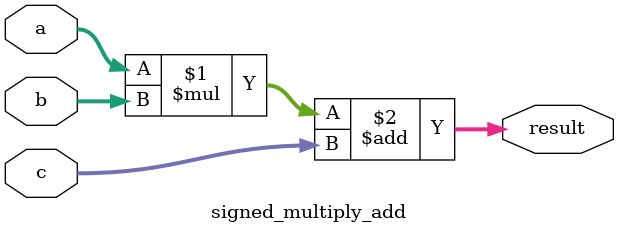
<source format=sv>
module signed_multiply_add (
    input signed [7:0] a,
    input signed [7:0] b,
    input signed [7:0] c,
    output signed [15:0] result
);
    assign result = (a * b) + c;  // 乘法与加法
endmodule


</source>
